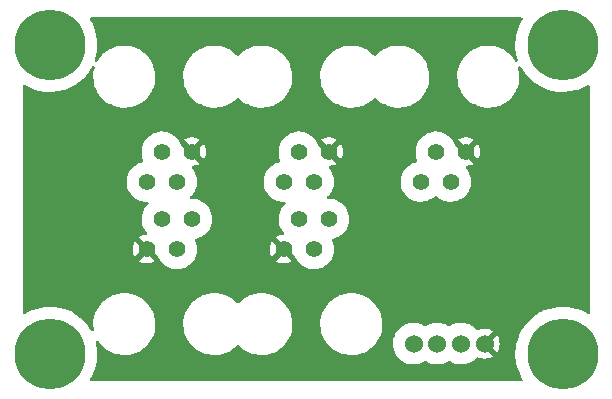
<source format=gbl>
G04 #@! TF.GenerationSoftware,KiCad,Pcbnew,6.0.5-a6ca702e91~116~ubuntu20.04.1*
G04 #@! TF.CreationDate,2022-05-16T19:37:38+02:00*
G04 #@! TF.ProjectId,1w-grove-v0.1,31772d67-726f-4766-952d-76302e312e6b,rev?*
G04 #@! TF.SameCoordinates,Original*
G04 #@! TF.FileFunction,Copper,L2,Bot*
G04 #@! TF.FilePolarity,Positive*
%FSLAX46Y46*%
G04 Gerber Fmt 4.6, Leading zero omitted, Abs format (unit mm)*
G04 Created by KiCad (PCBNEW 6.0.5-a6ca702e91~116~ubuntu20.04.1) date 2022-05-16 19:37:38*
%MOMM*%
%LPD*%
G01*
G04 APERTURE LIST*
G04 #@! TA.AperFunction,ComponentPad*
%ADD10C,6.000000*%
G04 #@! TD*
G04 #@! TA.AperFunction,ComponentPad*
%ADD11C,1.397000*%
G04 #@! TD*
G04 #@! TA.AperFunction,ComponentPad*
%ADD12C,1.524000*%
G04 #@! TD*
G04 #@! TA.AperFunction,ViaPad*
%ADD13C,0.800000*%
G04 #@! TD*
G04 APERTURE END LIST*
D10*
X53300000Y-53300000D03*
X53300000Y-79502000D03*
X96700000Y-53300000D03*
X96700000Y-79500000D03*
D11*
X76905000Y-62357000D03*
X75635000Y-64897000D03*
X74365000Y-62357000D03*
X73095000Y-64897000D03*
X88505000Y-62357000D03*
X87235000Y-64897000D03*
X85965000Y-62357000D03*
X84695000Y-64897000D03*
X61495000Y-70613000D03*
X62765000Y-68073000D03*
X64035000Y-70613000D03*
X65305000Y-68073000D03*
X65305000Y-62357000D03*
X64035000Y-64897000D03*
X62765000Y-62357000D03*
X61495000Y-64897000D03*
D12*
X84097000Y-78619000D03*
X86097000Y-78619000D03*
X88097000Y-78619000D03*
X90097000Y-78619000D03*
D11*
X73095000Y-70613000D03*
X74365000Y-68073000D03*
X75635000Y-70613000D03*
X76905000Y-68073000D03*
D13*
X80010000Y-70231000D03*
X82423000Y-74549000D03*
X97155000Y-69596000D03*
G04 #@! TA.AperFunction,Conductor*
G36*
X93260354Y-51020502D02*
G01*
X93306847Y-51074158D01*
X93316951Y-51144432D01*
X93299550Y-51192522D01*
X93191729Y-51367781D01*
X93191716Y-51367804D01*
X93190107Y-51370420D01*
X93018564Y-51722135D01*
X92882162Y-52088910D01*
X92782201Y-52467246D01*
X92719637Y-52853531D01*
X92695065Y-53244077D01*
X92708722Y-53635157D01*
X92760477Y-54023038D01*
X92849834Y-54404017D01*
X92850823Y-54406923D01*
X92850825Y-54406929D01*
X92910276Y-54581563D01*
X92913294Y-54652496D01*
X92877484Y-54713800D01*
X92814215Y-54746011D01*
X92743575Y-54738904D01*
X92684731Y-54689869D01*
X92660922Y-54652496D01*
X92538597Y-54460484D01*
X92536153Y-54457519D01*
X92336700Y-54215564D01*
X92336696Y-54215560D01*
X92334257Y-54212601D01*
X92101232Y-53991468D01*
X91842994Y-53800382D01*
X91634260Y-53682286D01*
X91566751Y-53644091D01*
X91566747Y-53644089D01*
X91563394Y-53642192D01*
X91266599Y-53519256D01*
X91164228Y-53490866D01*
X90960750Y-53434436D01*
X90960742Y-53434434D01*
X90957034Y-53433406D01*
X90639315Y-53385922D01*
X90636017Y-53385778D01*
X90525667Y-53380960D01*
X90525663Y-53380960D01*
X90524291Y-53380900D01*
X90328415Y-53380900D01*
X90089351Y-53395522D01*
X90085568Y-53396223D01*
X90085561Y-53396224D01*
X89931417Y-53424793D01*
X89773482Y-53454065D01*
X89591383Y-53511480D01*
X89470774Y-53549508D01*
X89470771Y-53549509D01*
X89467102Y-53550666D01*
X89463605Y-53552260D01*
X89463599Y-53552262D01*
X89178286Y-53682286D01*
X89178282Y-53682288D01*
X89174778Y-53683885D01*
X89171499Y-53685895D01*
X89171496Y-53685896D01*
X88980931Y-53802675D01*
X88900869Y-53851737D01*
X88897865Y-53854127D01*
X88897860Y-53854130D01*
X88775163Y-53951728D01*
X88649457Y-54051719D01*
X88646763Y-54054460D01*
X88646759Y-54054464D01*
X88532941Y-54170287D01*
X88424291Y-54280850D01*
X88417651Y-54289504D01*
X88231063Y-54532669D01*
X88231058Y-54532677D01*
X88228728Y-54535713D01*
X88065682Y-54812510D01*
X88064147Y-54816041D01*
X87942127Y-55096667D01*
X87937584Y-55107114D01*
X87846345Y-55415134D01*
X87793323Y-55731976D01*
X87779311Y-56052919D01*
X87779613Y-56056754D01*
X87802857Y-56352092D01*
X87804516Y-56373177D01*
X87868562Y-56687976D01*
X87875618Y-56709064D01*
X87962579Y-56968962D01*
X87970496Y-56992624D01*
X88108797Y-57282578D01*
X88110859Y-57285815D01*
X88110862Y-57285820D01*
X88122674Y-57304361D01*
X88281403Y-57553516D01*
X88283846Y-57556479D01*
X88283847Y-57556481D01*
X88478217Y-57792269D01*
X88485743Y-57801399D01*
X88718768Y-58022532D01*
X88977006Y-58213618D01*
X89116806Y-58292713D01*
X89253249Y-58369909D01*
X89253253Y-58369911D01*
X89256606Y-58371808D01*
X89553401Y-58494744D01*
X89655772Y-58523134D01*
X89859250Y-58579564D01*
X89859258Y-58579566D01*
X89862966Y-58580594D01*
X90180685Y-58628078D01*
X90183983Y-58628222D01*
X90294333Y-58633040D01*
X90294337Y-58633040D01*
X90295709Y-58633100D01*
X90491585Y-58633100D01*
X90730649Y-58618478D01*
X90734432Y-58617777D01*
X90734439Y-58617776D01*
X90935052Y-58580594D01*
X91046518Y-58559935D01*
X91257953Y-58493270D01*
X91349226Y-58464492D01*
X91349229Y-58464491D01*
X91352898Y-58463334D01*
X91356395Y-58461740D01*
X91356401Y-58461738D01*
X91641714Y-58331714D01*
X91641718Y-58331712D01*
X91645222Y-58330115D01*
X91832229Y-58215517D01*
X91915853Y-58164272D01*
X91915856Y-58164270D01*
X91919131Y-58162263D01*
X91922135Y-58159873D01*
X91922140Y-58159870D01*
X92044837Y-58062272D01*
X92170543Y-57962281D01*
X92173237Y-57959540D01*
X92173241Y-57959536D01*
X92393013Y-57735893D01*
X92395709Y-57733150D01*
X92536036Y-57550272D01*
X92588937Y-57481331D01*
X92588942Y-57481323D01*
X92591272Y-57478287D01*
X92754318Y-57201490D01*
X92854829Y-56970331D01*
X92880880Y-56910419D01*
X92880881Y-56910416D01*
X92882416Y-56906886D01*
X92891464Y-56876343D01*
X92941013Y-56709064D01*
X92973655Y-56598866D01*
X93026677Y-56282024D01*
X93040689Y-55961081D01*
X93015484Y-55640823D01*
X92951438Y-55326024D01*
X92936560Y-55281558D01*
X92933914Y-55210611D01*
X92970044Y-55149495D01*
X93033481Y-55117616D01*
X93104083Y-55125093D01*
X93159434Y-55169553D01*
X93165166Y-55178575D01*
X93333258Y-55469717D01*
X93335047Y-55472216D01*
X93335049Y-55472219D01*
X93523773Y-55735826D01*
X93561053Y-55787899D01*
X93818810Y-56082333D01*
X94104069Y-56350208D01*
X94239130Y-56454219D01*
X94400500Y-56578490D01*
X94414107Y-56588969D01*
X94416710Y-56590596D01*
X94416715Y-56590599D01*
X94535687Y-56664941D01*
X94745964Y-56796337D01*
X95096472Y-56970331D01*
X95462287Y-57109290D01*
X95839915Y-57211890D01*
X95842958Y-57212405D01*
X95842964Y-57212406D01*
X96222713Y-57276636D01*
X96222720Y-57276637D01*
X96225754Y-57277150D01*
X96228825Y-57277365D01*
X96228827Y-57277365D01*
X96613053Y-57304233D01*
X96613061Y-57304233D01*
X96616119Y-57304447D01*
X96869704Y-57297363D01*
X97004211Y-57293606D01*
X97004214Y-57293606D01*
X97007285Y-57293520D01*
X97010338Y-57293134D01*
X97010342Y-57293134D01*
X97196145Y-57269662D01*
X97395517Y-57244475D01*
X97398521Y-57243793D01*
X97398524Y-57243792D01*
X97774115Y-57158460D01*
X97774121Y-57158458D01*
X97777111Y-57157779D01*
X97922875Y-57109290D01*
X98145500Y-57035233D01*
X98145506Y-57035231D01*
X98148424Y-57034260D01*
X98151234Y-57033009D01*
X98503111Y-56876343D01*
X98503117Y-56876340D01*
X98505911Y-56875096D01*
X98811264Y-56701632D01*
X98880374Y-56685376D01*
X98947302Y-56709064D01*
X98990798Y-56765176D01*
X98999500Y-56811188D01*
X98999500Y-75992008D01*
X98979498Y-76060129D01*
X98925842Y-76106622D01*
X98855568Y-76116726D01*
X98808232Y-76099785D01*
X98605030Y-75976722D01*
X98259072Y-75810966D01*
X98254898Y-75808966D01*
X98254896Y-75808965D01*
X98252126Y-75807638D01*
X98249237Y-75806586D01*
X98249231Y-75806584D01*
X97887306Y-75674855D01*
X97887303Y-75674854D01*
X97884407Y-75673800D01*
X97516155Y-75579249D01*
X97508366Y-75577249D01*
X97508363Y-75577248D01*
X97505382Y-75576483D01*
X97118670Y-75516617D01*
X97115613Y-75516446D01*
X97115612Y-75516446D01*
X97085120Y-75514741D01*
X96727962Y-75494773D01*
X96724883Y-75494902D01*
X96724880Y-75494902D01*
X96468770Y-75505636D01*
X96336987Y-75511159D01*
X96333943Y-75511587D01*
X96333941Y-75511587D01*
X96280583Y-75519086D01*
X95949477Y-75565620D01*
X95569131Y-75657636D01*
X95199579Y-75786327D01*
X95155739Y-75806584D01*
X94847146Y-75949174D01*
X94847136Y-75949179D01*
X94844349Y-75950467D01*
X94793478Y-75980313D01*
X94509486Y-76146929D01*
X94509481Y-76146932D01*
X94506831Y-76148487D01*
X94464235Y-76179435D01*
X94192730Y-76376694D01*
X94192721Y-76376701D01*
X94190248Y-76378498D01*
X94187958Y-76380531D01*
X94187952Y-76380536D01*
X93899924Y-76636260D01*
X93897621Y-76638305D01*
X93895532Y-76640561D01*
X93643023Y-76913246D01*
X93631743Y-76925427D01*
X93629888Y-76927871D01*
X93519608Y-77073160D01*
X93395152Y-77237124D01*
X93302261Y-77388117D01*
X93197405Y-77558558D01*
X93190107Y-77570420D01*
X93018564Y-77922135D01*
X93017493Y-77925016D01*
X93017490Y-77925022D01*
X92994605Y-77986559D01*
X92882162Y-78288910D01*
X92782201Y-78667246D01*
X92767600Y-78757399D01*
X92731414Y-78980820D01*
X92719637Y-79053531D01*
X92719443Y-79056611D01*
X92719443Y-79056613D01*
X92703703Y-79306793D01*
X92695065Y-79444077D01*
X92708722Y-79835157D01*
X92709129Y-79838206D01*
X92709129Y-79838208D01*
X92726145Y-79965734D01*
X92760477Y-80223038D01*
X92849834Y-80604017D01*
X92850823Y-80606923D01*
X92850825Y-80606929D01*
X92974950Y-80971543D01*
X92974955Y-80971555D01*
X92975943Y-80974458D01*
X93137598Y-81330826D01*
X93139143Y-81333502D01*
X93299069Y-81610500D01*
X93315807Y-81679495D01*
X93292587Y-81746587D01*
X93236780Y-81790474D01*
X93189950Y-81799500D01*
X56809295Y-81799500D01*
X56741174Y-81779498D01*
X56694681Y-81725842D01*
X56684577Y-81655568D01*
X56702908Y-81605988D01*
X56782610Y-81480398D01*
X56813652Y-81418946D01*
X56957660Y-81133855D01*
X56959046Y-81131112D01*
X57100557Y-80766277D01*
X57205790Y-80389374D01*
X57265393Y-80051349D01*
X57273210Y-80007018D01*
X57273210Y-80007015D01*
X57273742Y-80004000D01*
X57290837Y-79781832D01*
X57303613Y-79615789D01*
X57303613Y-79615778D01*
X57303763Y-79613835D01*
X57305325Y-79502000D01*
X57305228Y-79500000D01*
X57291704Y-79223501D01*
X57286209Y-79111149D01*
X57229044Y-78724028D01*
X57178923Y-78523003D01*
X57181851Y-78452068D01*
X57222665Y-78393976D01*
X57288407Y-78367171D01*
X57358205Y-78380165D01*
X57407447Y-78424822D01*
X57461403Y-78509516D01*
X57463846Y-78512479D01*
X57463847Y-78512481D01*
X57658217Y-78748269D01*
X57665743Y-78757399D01*
X57898768Y-78978532D01*
X58157006Y-79169618D01*
X58252244Y-79223501D01*
X58433249Y-79325909D01*
X58433253Y-79325911D01*
X58436606Y-79327808D01*
X58733401Y-79450744D01*
X58775251Y-79462350D01*
X59039250Y-79535564D01*
X59039258Y-79535566D01*
X59042966Y-79536594D01*
X59360685Y-79584078D01*
X59363983Y-79584222D01*
X59474333Y-79589040D01*
X59474337Y-79589040D01*
X59475709Y-79589100D01*
X59671585Y-79589100D01*
X59910649Y-79574478D01*
X59914432Y-79573777D01*
X59914439Y-79573776D01*
X60068584Y-79545206D01*
X60226518Y-79515935D01*
X60464211Y-79440991D01*
X60529226Y-79420492D01*
X60529229Y-79420491D01*
X60532898Y-79419334D01*
X60536395Y-79417740D01*
X60536401Y-79417738D01*
X60821714Y-79287714D01*
X60821718Y-79287712D01*
X60825222Y-79286115D01*
X61012229Y-79171517D01*
X61095853Y-79120272D01*
X61095856Y-79120270D01*
X61099131Y-79118263D01*
X61102135Y-79115873D01*
X61102140Y-79115870D01*
X61224837Y-79018272D01*
X61350543Y-78918281D01*
X61353237Y-78915540D01*
X61353241Y-78915536D01*
X61521982Y-78743823D01*
X61575709Y-78689150D01*
X61716036Y-78506272D01*
X61768937Y-78437331D01*
X61768942Y-78437323D01*
X61771272Y-78434287D01*
X61934318Y-78157490D01*
X62062416Y-77862886D01*
X62153655Y-77554866D01*
X62206677Y-77238024D01*
X62216679Y-77008919D01*
X64579311Y-77008919D01*
X64588106Y-77120664D01*
X64601078Y-77285487D01*
X64604516Y-77329177D01*
X64668562Y-77643976D01*
X64669782Y-77647621D01*
X64764910Y-77931928D01*
X64770496Y-77948624D01*
X64908797Y-78238578D01*
X65081403Y-78509516D01*
X65083846Y-78512479D01*
X65083847Y-78512481D01*
X65278217Y-78748269D01*
X65285743Y-78757399D01*
X65518768Y-78978532D01*
X65777006Y-79169618D01*
X65872244Y-79223501D01*
X66053249Y-79325909D01*
X66053253Y-79325911D01*
X66056606Y-79327808D01*
X66353401Y-79450744D01*
X66395251Y-79462350D01*
X66659250Y-79535564D01*
X66659258Y-79535566D01*
X66662966Y-79536594D01*
X66980685Y-79584078D01*
X66983983Y-79584222D01*
X67094333Y-79589040D01*
X67094337Y-79589040D01*
X67095709Y-79589100D01*
X67291585Y-79589100D01*
X67530649Y-79574478D01*
X67534432Y-79573777D01*
X67534439Y-79573776D01*
X67688584Y-79545206D01*
X67846518Y-79515935D01*
X68084211Y-79440991D01*
X68149226Y-79420492D01*
X68149229Y-79420491D01*
X68152898Y-79419334D01*
X68156395Y-79417740D01*
X68156401Y-79417738D01*
X68441714Y-79287714D01*
X68441718Y-79287712D01*
X68445222Y-79286115D01*
X68632229Y-79171517D01*
X68715853Y-79120272D01*
X68715856Y-79120270D01*
X68719131Y-79118263D01*
X68722135Y-79115873D01*
X68722140Y-79115870D01*
X68844837Y-79018272D01*
X68970543Y-78918281D01*
X68973237Y-78915540D01*
X68973241Y-78915536D01*
X69108012Y-78778391D01*
X69170025Y-78743823D01*
X69240882Y-78748269D01*
X69284615Y-78775308D01*
X69498768Y-78978532D01*
X69757006Y-79169618D01*
X69852244Y-79223501D01*
X70033249Y-79325909D01*
X70033253Y-79325911D01*
X70036606Y-79327808D01*
X70333401Y-79450744D01*
X70375251Y-79462350D01*
X70639250Y-79535564D01*
X70639258Y-79535566D01*
X70642966Y-79536594D01*
X70960685Y-79584078D01*
X70963983Y-79584222D01*
X71074333Y-79589040D01*
X71074337Y-79589040D01*
X71075709Y-79589100D01*
X71271585Y-79589100D01*
X71510649Y-79574478D01*
X71514432Y-79573777D01*
X71514439Y-79573776D01*
X71668584Y-79545206D01*
X71826518Y-79515935D01*
X72064211Y-79440991D01*
X72129226Y-79420492D01*
X72129229Y-79420491D01*
X72132898Y-79419334D01*
X72136395Y-79417740D01*
X72136401Y-79417738D01*
X72421714Y-79287714D01*
X72421718Y-79287712D01*
X72425222Y-79286115D01*
X72612229Y-79171517D01*
X72695853Y-79120272D01*
X72695856Y-79120270D01*
X72699131Y-79118263D01*
X72702135Y-79115873D01*
X72702140Y-79115870D01*
X72824837Y-79018272D01*
X72950543Y-78918281D01*
X72953237Y-78915540D01*
X72953241Y-78915536D01*
X73121982Y-78743823D01*
X73175709Y-78689150D01*
X73316036Y-78506272D01*
X73368937Y-78437331D01*
X73368942Y-78437323D01*
X73371272Y-78434287D01*
X73534318Y-78157490D01*
X73662416Y-77862886D01*
X73753655Y-77554866D01*
X73806677Y-77238024D01*
X73816679Y-77008919D01*
X76179311Y-77008919D01*
X76188106Y-77120664D01*
X76201078Y-77285487D01*
X76204516Y-77329177D01*
X76268562Y-77643976D01*
X76269782Y-77647621D01*
X76364910Y-77931928D01*
X76370496Y-77948624D01*
X76508797Y-78238578D01*
X76681403Y-78509516D01*
X76683846Y-78512479D01*
X76683847Y-78512481D01*
X76878217Y-78748269D01*
X76885743Y-78757399D01*
X77118768Y-78978532D01*
X77377006Y-79169618D01*
X77472244Y-79223501D01*
X77653249Y-79325909D01*
X77653253Y-79325911D01*
X77656606Y-79327808D01*
X77953401Y-79450744D01*
X77995251Y-79462350D01*
X78259250Y-79535564D01*
X78259258Y-79535566D01*
X78262966Y-79536594D01*
X78580685Y-79584078D01*
X78583983Y-79584222D01*
X78694333Y-79589040D01*
X78694337Y-79589040D01*
X78695709Y-79589100D01*
X78891585Y-79589100D01*
X79130649Y-79574478D01*
X79134432Y-79573777D01*
X79134439Y-79573776D01*
X79288584Y-79545206D01*
X79446518Y-79515935D01*
X79684211Y-79440991D01*
X79749226Y-79420492D01*
X79749229Y-79420491D01*
X79752898Y-79419334D01*
X79756395Y-79417740D01*
X79756401Y-79417738D01*
X80041714Y-79287714D01*
X80041718Y-79287712D01*
X80045222Y-79286115D01*
X80232229Y-79171517D01*
X80315853Y-79120272D01*
X80315856Y-79120270D01*
X80319131Y-79118263D01*
X80322135Y-79115873D01*
X80322140Y-79115870D01*
X80444837Y-79018272D01*
X80570543Y-78918281D01*
X80573237Y-78915540D01*
X80573241Y-78915536D01*
X80741982Y-78743823D01*
X80795709Y-78689150D01*
X80885038Y-78572734D01*
X82330164Y-78572734D01*
X82330388Y-78577401D01*
X82330388Y-78577406D01*
X82334849Y-78670279D01*
X82342732Y-78834397D01*
X82343645Y-78838985D01*
X82386934Y-79056613D01*
X82393839Y-79091328D01*
X82395418Y-79095726D01*
X82395420Y-79095733D01*
X82470169Y-79303926D01*
X82482361Y-79337883D01*
X82606355Y-79568646D01*
X82609150Y-79572389D01*
X82609152Y-79572392D01*
X82760303Y-79774808D01*
X82760308Y-79774814D01*
X82763095Y-79778546D01*
X82766404Y-79781826D01*
X82766409Y-79781832D01*
X82945821Y-79959685D01*
X82949138Y-79962973D01*
X82952900Y-79965731D01*
X82952903Y-79965734D01*
X83156631Y-80115114D01*
X83160398Y-80117876D01*
X83164529Y-80120050D01*
X83164530Y-80120050D01*
X83388099Y-80237675D01*
X83388105Y-80237677D01*
X83392234Y-80239850D01*
X83396642Y-80241389D01*
X83396648Y-80241392D01*
X83635136Y-80324676D01*
X83639552Y-80326218D01*
X83896920Y-80375081D01*
X84021175Y-80379963D01*
X84154015Y-80385182D01*
X84154020Y-80385182D01*
X84158683Y-80385365D01*
X84260540Y-80374210D01*
X84414438Y-80357356D01*
X84414444Y-80357355D01*
X84419091Y-80356846D01*
X84541281Y-80324676D01*
X84667900Y-80291340D01*
X84667902Y-80291339D01*
X84672423Y-80290149D01*
X84913114Y-80186740D01*
X85026430Y-80116618D01*
X85094882Y-80097780D01*
X85158792Y-80116699D01*
X85160398Y-80117876D01*
X85164534Y-80120052D01*
X85388099Y-80237675D01*
X85388105Y-80237677D01*
X85392234Y-80239850D01*
X85396642Y-80241389D01*
X85396648Y-80241392D01*
X85635136Y-80324676D01*
X85639552Y-80326218D01*
X85896920Y-80375081D01*
X86021175Y-80379963D01*
X86154015Y-80385182D01*
X86154020Y-80385182D01*
X86158683Y-80385365D01*
X86260540Y-80374210D01*
X86414438Y-80357356D01*
X86414444Y-80357355D01*
X86419091Y-80356846D01*
X86541281Y-80324676D01*
X86667900Y-80291340D01*
X86667902Y-80291339D01*
X86672423Y-80290149D01*
X86913114Y-80186740D01*
X87026430Y-80116618D01*
X87094882Y-80097780D01*
X87158792Y-80116699D01*
X87160398Y-80117876D01*
X87164534Y-80120052D01*
X87388099Y-80237675D01*
X87388105Y-80237677D01*
X87392234Y-80239850D01*
X87396642Y-80241389D01*
X87396648Y-80241392D01*
X87635136Y-80324676D01*
X87639552Y-80326218D01*
X87896920Y-80375081D01*
X88021175Y-80379963D01*
X88154015Y-80385182D01*
X88154020Y-80385182D01*
X88158683Y-80385365D01*
X88260540Y-80374210D01*
X88414438Y-80357356D01*
X88414444Y-80357355D01*
X88419091Y-80356846D01*
X88541281Y-80324676D01*
X88667900Y-80291340D01*
X88667902Y-80291339D01*
X88672423Y-80290149D01*
X88913114Y-80186740D01*
X89135876Y-80048891D01*
X89335816Y-79879629D01*
X89406877Y-79798600D01*
X89466829Y-79760574D01*
X89537824Y-79760996D01*
X89554857Y-79767484D01*
X89655993Y-79814645D01*
X89666285Y-79818391D01*
X89870309Y-79873059D01*
X89881104Y-79874962D01*
X90091525Y-79893372D01*
X90102475Y-79893372D01*
X90312896Y-79874962D01*
X90323691Y-79873059D01*
X90527715Y-79818391D01*
X90538007Y-79814645D01*
X90729445Y-79725376D01*
X90738931Y-79719898D01*
X90782764Y-79689207D01*
X90791139Y-79678729D01*
X90784071Y-79665281D01*
X89899489Y-78780699D01*
X89865463Y-78718387D01*
X89862627Y-78688305D01*
X89862832Y-78680496D01*
X89864412Y-78620132D01*
X90461408Y-78620132D01*
X90461539Y-78621965D01*
X90465790Y-78628580D01*
X91144003Y-79306793D01*
X91155777Y-79313223D01*
X91167793Y-79303926D01*
X91197897Y-79260932D01*
X91203377Y-79251441D01*
X91292645Y-79060007D01*
X91296391Y-79049715D01*
X91351059Y-78845691D01*
X91352962Y-78834896D01*
X91371372Y-78624475D01*
X91371372Y-78613525D01*
X91352962Y-78403104D01*
X91351059Y-78392309D01*
X91296391Y-78188285D01*
X91292645Y-78177993D01*
X91203377Y-77986559D01*
X91197897Y-77977068D01*
X91167206Y-77933235D01*
X91156729Y-77924860D01*
X91143282Y-77931928D01*
X90469022Y-78606188D01*
X90461408Y-78620132D01*
X89864412Y-78620132D01*
X89864442Y-78619000D01*
X89864209Y-78615861D01*
X89864208Y-78615831D01*
X89859962Y-78558703D01*
X89874860Y-78489287D01*
X89896520Y-78460270D01*
X90784793Y-77571997D01*
X90791223Y-77560223D01*
X90781926Y-77548207D01*
X90738931Y-77518102D01*
X90729445Y-77512624D01*
X90538007Y-77423355D01*
X90527715Y-77419609D01*
X90323691Y-77364941D01*
X90312896Y-77363038D01*
X90102475Y-77344628D01*
X90091525Y-77344628D01*
X89881104Y-77363038D01*
X89870309Y-77364941D01*
X89666285Y-77419609D01*
X89655993Y-77423355D01*
X89558399Y-77468864D01*
X89488207Y-77479525D01*
X89423395Y-77450545D01*
X89406203Y-77432680D01*
X89402989Y-77428604D01*
X89400095Y-77424933D01*
X89209287Y-77245440D01*
X89205440Y-77242771D01*
X88997887Y-77098785D01*
X88997884Y-77098783D01*
X88994045Y-77096120D01*
X88989855Y-77094054D01*
X88989852Y-77094052D01*
X88763283Y-76982321D01*
X88763280Y-76982320D01*
X88759095Y-76980256D01*
X88712832Y-76965447D01*
X88595443Y-76927871D01*
X88509601Y-76900393D01*
X88504994Y-76899643D01*
X88504991Y-76899642D01*
X88255654Y-76859035D01*
X88255655Y-76859035D01*
X88251043Y-76858284D01*
X88123858Y-76856619D01*
X87993777Y-76854916D01*
X87993774Y-76854916D01*
X87989100Y-76854855D01*
X87729528Y-76890181D01*
X87725042Y-76891489D01*
X87725040Y-76891489D01*
X87694492Y-76900393D01*
X87478029Y-76963486D01*
X87473776Y-76965447D01*
X87473775Y-76965447D01*
X87444739Y-76978833D01*
X87240127Y-77073160D01*
X87236222Y-77075720D01*
X87236217Y-77075723D01*
X87167671Y-77120664D01*
X87099735Y-77141287D01*
X87026767Y-77118820D01*
X87002719Y-77102138D01*
X86994045Y-77096120D01*
X86989855Y-77094054D01*
X86989852Y-77094052D01*
X86763283Y-76982321D01*
X86763280Y-76982320D01*
X86759095Y-76980256D01*
X86712832Y-76965447D01*
X86595443Y-76927871D01*
X86509601Y-76900393D01*
X86504994Y-76899643D01*
X86504991Y-76899642D01*
X86255654Y-76859035D01*
X86255655Y-76859035D01*
X86251043Y-76858284D01*
X86123858Y-76856619D01*
X85993777Y-76854916D01*
X85993774Y-76854916D01*
X85989100Y-76854855D01*
X85729528Y-76890181D01*
X85725042Y-76891489D01*
X85725040Y-76891489D01*
X85694492Y-76900393D01*
X85478029Y-76963486D01*
X85473776Y-76965447D01*
X85473775Y-76965447D01*
X85444739Y-76978833D01*
X85240127Y-77073160D01*
X85236222Y-77075720D01*
X85236217Y-77075723D01*
X85167671Y-77120664D01*
X85099735Y-77141287D01*
X85026767Y-77118820D01*
X85002719Y-77102138D01*
X84994045Y-77096120D01*
X84989855Y-77094054D01*
X84989852Y-77094052D01*
X84763283Y-76982321D01*
X84763280Y-76982320D01*
X84759095Y-76980256D01*
X84712832Y-76965447D01*
X84595443Y-76927871D01*
X84509601Y-76900393D01*
X84504994Y-76899643D01*
X84504991Y-76899642D01*
X84255654Y-76859035D01*
X84255655Y-76859035D01*
X84251043Y-76858284D01*
X84123858Y-76856619D01*
X83993777Y-76854916D01*
X83993774Y-76854916D01*
X83989100Y-76854855D01*
X83729528Y-76890181D01*
X83725042Y-76891489D01*
X83725040Y-76891489D01*
X83694492Y-76900393D01*
X83478029Y-76963486D01*
X83473776Y-76965447D01*
X83473775Y-76965447D01*
X83444739Y-76978833D01*
X83240127Y-77073160D01*
X83205107Y-77096120D01*
X83024962Y-77214228D01*
X83024957Y-77214232D01*
X83021049Y-77216794D01*
X82825609Y-77391232D01*
X82658098Y-77592641D01*
X82522198Y-77816598D01*
X82520389Y-77820912D01*
X82520388Y-77820914D01*
X82466835Y-77948624D01*
X82420893Y-78058182D01*
X82419742Y-78062714D01*
X82419741Y-78062717D01*
X82361540Y-78291885D01*
X82356409Y-78312087D01*
X82330164Y-78572734D01*
X80885038Y-78572734D01*
X80936036Y-78506272D01*
X80988937Y-78437331D01*
X80988942Y-78437323D01*
X80991272Y-78434287D01*
X81154318Y-78157490D01*
X81282416Y-77862886D01*
X81373655Y-77554866D01*
X81426677Y-77238024D01*
X81440689Y-76917081D01*
X81422188Y-76682000D01*
X81415786Y-76600658D01*
X81415786Y-76600655D01*
X81415484Y-76596823D01*
X81351438Y-76282024D01*
X81290461Y-76099784D01*
X81250724Y-75981021D01*
X81250722Y-75981015D01*
X81249504Y-75977376D01*
X81111203Y-75687422D01*
X81103311Y-75675033D01*
X81033607Y-75565620D01*
X80938597Y-75416484D01*
X80936153Y-75413519D01*
X80736700Y-75171564D01*
X80736696Y-75171560D01*
X80734257Y-75168601D01*
X80501232Y-74947468D01*
X80242994Y-74756382D01*
X80034260Y-74638286D01*
X79966751Y-74600091D01*
X79966747Y-74600089D01*
X79963394Y-74598192D01*
X79666599Y-74475256D01*
X79564228Y-74446866D01*
X79360750Y-74390436D01*
X79360742Y-74390434D01*
X79357034Y-74389406D01*
X79039315Y-74341922D01*
X79036017Y-74341778D01*
X78925667Y-74336960D01*
X78925663Y-74336960D01*
X78924291Y-74336900D01*
X78728415Y-74336900D01*
X78489351Y-74351522D01*
X78485568Y-74352223D01*
X78485561Y-74352224D01*
X78331417Y-74380793D01*
X78173482Y-74410065D01*
X77991383Y-74467480D01*
X77870774Y-74505508D01*
X77870771Y-74505509D01*
X77867102Y-74506666D01*
X77863605Y-74508260D01*
X77863599Y-74508262D01*
X77578286Y-74638286D01*
X77578282Y-74638288D01*
X77574778Y-74639885D01*
X77571499Y-74641895D01*
X77571496Y-74641896D01*
X77380931Y-74758675D01*
X77300869Y-74807737D01*
X77297865Y-74810127D01*
X77297860Y-74810130D01*
X77175163Y-74907728D01*
X77049457Y-75007719D01*
X77046763Y-75010460D01*
X77046759Y-75010464D01*
X76932941Y-75126287D01*
X76824291Y-75236850D01*
X76817651Y-75245504D01*
X76631063Y-75488669D01*
X76631058Y-75488677D01*
X76628728Y-75491713D01*
X76465682Y-75768510D01*
X76337584Y-76063114D01*
X76246345Y-76371134D01*
X76193323Y-76687976D01*
X76179311Y-77008919D01*
X73816679Y-77008919D01*
X73820689Y-76917081D01*
X73802188Y-76682000D01*
X73795786Y-76600658D01*
X73795786Y-76600655D01*
X73795484Y-76596823D01*
X73731438Y-76282024D01*
X73670461Y-76099784D01*
X73630724Y-75981021D01*
X73630722Y-75981015D01*
X73629504Y-75977376D01*
X73491203Y-75687422D01*
X73483311Y-75675033D01*
X73413607Y-75565620D01*
X73318597Y-75416484D01*
X73316153Y-75413519D01*
X73116700Y-75171564D01*
X73116696Y-75171560D01*
X73114257Y-75168601D01*
X72881232Y-74947468D01*
X72622994Y-74756382D01*
X72414260Y-74638286D01*
X72346751Y-74600091D01*
X72346747Y-74600089D01*
X72343394Y-74598192D01*
X72046599Y-74475256D01*
X71944228Y-74446866D01*
X71740750Y-74390436D01*
X71740742Y-74390434D01*
X71737034Y-74389406D01*
X71419315Y-74341922D01*
X71416017Y-74341778D01*
X71305667Y-74336960D01*
X71305663Y-74336960D01*
X71304291Y-74336900D01*
X71108415Y-74336900D01*
X70869351Y-74351522D01*
X70865568Y-74352223D01*
X70865561Y-74352224D01*
X70711417Y-74380793D01*
X70553482Y-74410065D01*
X70371383Y-74467480D01*
X70250774Y-74505508D01*
X70250771Y-74505509D01*
X70247102Y-74506666D01*
X70243605Y-74508260D01*
X70243599Y-74508262D01*
X69958286Y-74638286D01*
X69958282Y-74638288D01*
X69954778Y-74639885D01*
X69951499Y-74641895D01*
X69951496Y-74641896D01*
X69760931Y-74758675D01*
X69680869Y-74807737D01*
X69677865Y-74810127D01*
X69677860Y-74810130D01*
X69555163Y-74907728D01*
X69429457Y-75007719D01*
X69426763Y-75010460D01*
X69426759Y-75010464D01*
X69291988Y-75147609D01*
X69229975Y-75182177D01*
X69159118Y-75177731D01*
X69115385Y-75150692D01*
X69076537Y-75113826D01*
X68901232Y-74947468D01*
X68642994Y-74756382D01*
X68434260Y-74638286D01*
X68366751Y-74600091D01*
X68366747Y-74600089D01*
X68363394Y-74598192D01*
X68066599Y-74475256D01*
X67964228Y-74446866D01*
X67760750Y-74390436D01*
X67760742Y-74390434D01*
X67757034Y-74389406D01*
X67439315Y-74341922D01*
X67436017Y-74341778D01*
X67325667Y-74336960D01*
X67325663Y-74336960D01*
X67324291Y-74336900D01*
X67128415Y-74336900D01*
X66889351Y-74351522D01*
X66885568Y-74352223D01*
X66885561Y-74352224D01*
X66731417Y-74380793D01*
X66573482Y-74410065D01*
X66391383Y-74467480D01*
X66270774Y-74505508D01*
X66270771Y-74505509D01*
X66267102Y-74506666D01*
X66263605Y-74508260D01*
X66263599Y-74508262D01*
X65978286Y-74638286D01*
X65978282Y-74638288D01*
X65974778Y-74639885D01*
X65971499Y-74641895D01*
X65971496Y-74641896D01*
X65780931Y-74758675D01*
X65700869Y-74807737D01*
X65697865Y-74810127D01*
X65697860Y-74810130D01*
X65575163Y-74907728D01*
X65449457Y-75007719D01*
X65446763Y-75010460D01*
X65446759Y-75010464D01*
X65332941Y-75126287D01*
X65224291Y-75236850D01*
X65217651Y-75245504D01*
X65031063Y-75488669D01*
X65031058Y-75488677D01*
X65028728Y-75491713D01*
X64865682Y-75768510D01*
X64737584Y-76063114D01*
X64646345Y-76371134D01*
X64593323Y-76687976D01*
X64579311Y-77008919D01*
X62216679Y-77008919D01*
X62220689Y-76917081D01*
X62202188Y-76682000D01*
X62195786Y-76600658D01*
X62195786Y-76600655D01*
X62195484Y-76596823D01*
X62131438Y-76282024D01*
X62070461Y-76099784D01*
X62030724Y-75981021D01*
X62030722Y-75981015D01*
X62029504Y-75977376D01*
X61891203Y-75687422D01*
X61883311Y-75675033D01*
X61813607Y-75565620D01*
X61718597Y-75416484D01*
X61716153Y-75413519D01*
X61516700Y-75171564D01*
X61516696Y-75171560D01*
X61514257Y-75168601D01*
X61281232Y-74947468D01*
X61022994Y-74756382D01*
X60814260Y-74638286D01*
X60746751Y-74600091D01*
X60746747Y-74600089D01*
X60743394Y-74598192D01*
X60446599Y-74475256D01*
X60344228Y-74446866D01*
X60140750Y-74390436D01*
X60140742Y-74390434D01*
X60137034Y-74389406D01*
X59819315Y-74341922D01*
X59816017Y-74341778D01*
X59705667Y-74336960D01*
X59705663Y-74336960D01*
X59704291Y-74336900D01*
X59508415Y-74336900D01*
X59269351Y-74351522D01*
X59265568Y-74352223D01*
X59265561Y-74352224D01*
X59111417Y-74380793D01*
X58953482Y-74410065D01*
X58771383Y-74467480D01*
X58650774Y-74505508D01*
X58650771Y-74505509D01*
X58647102Y-74506666D01*
X58643605Y-74508260D01*
X58643599Y-74508262D01*
X58358286Y-74638286D01*
X58358282Y-74638288D01*
X58354778Y-74639885D01*
X58351499Y-74641895D01*
X58351496Y-74641896D01*
X58160931Y-74758675D01*
X58080869Y-74807737D01*
X58077865Y-74810127D01*
X58077860Y-74810130D01*
X57955163Y-74907728D01*
X57829457Y-75007719D01*
X57826763Y-75010460D01*
X57826759Y-75010464D01*
X57712941Y-75126287D01*
X57604291Y-75236850D01*
X57597651Y-75245504D01*
X57411063Y-75488669D01*
X57411058Y-75488677D01*
X57408728Y-75491713D01*
X57245682Y-75768510D01*
X57117584Y-76063114D01*
X57026345Y-76371134D01*
X56973323Y-76687976D01*
X56959311Y-77008919D01*
X56968106Y-77120664D01*
X56981078Y-77285487D01*
X56984516Y-77329177D01*
X56985283Y-77332947D01*
X57003799Y-77423957D01*
X56997779Y-77494698D01*
X56954470Y-77550955D01*
X56887621Y-77574866D01*
X56818456Y-77558840D01*
X56772099Y-77513594D01*
X56734514Y-77450545D01*
X56636120Y-77285487D01*
X56496507Y-77096120D01*
X56405727Y-76972988D01*
X56405725Y-76972985D01*
X56403905Y-76970517D01*
X56142061Y-76679711D01*
X55853090Y-76415844D01*
X55539749Y-76181435D01*
X55407827Y-76101540D01*
X55207658Y-75980313D01*
X55207649Y-75980308D01*
X55205030Y-75978722D01*
X54852126Y-75809638D01*
X54849237Y-75808586D01*
X54849231Y-75808584D01*
X54487306Y-75676855D01*
X54487303Y-75676854D01*
X54484407Y-75675800D01*
X54207326Y-75604658D01*
X54108366Y-75579249D01*
X54108363Y-75579248D01*
X54105382Y-75578483D01*
X53718670Y-75518617D01*
X53715613Y-75518446D01*
X53715612Y-75518446D01*
X53679839Y-75516446D01*
X53327962Y-75496773D01*
X53324883Y-75496902D01*
X53324880Y-75496902D01*
X53068770Y-75507636D01*
X52936987Y-75513159D01*
X52933943Y-75513587D01*
X52933941Y-75513587D01*
X52899368Y-75518446D01*
X52549477Y-75567620D01*
X52169131Y-75659636D01*
X51799579Y-75788327D01*
X51757786Y-75807638D01*
X51447146Y-75951174D01*
X51447136Y-75951179D01*
X51444349Y-75952467D01*
X51190259Y-76101540D01*
X51121383Y-76118759D01*
X51054131Y-76096007D01*
X51009855Y-76040508D01*
X51000500Y-75992863D01*
X51000500Y-71625314D01*
X60847046Y-71625314D01*
X60856928Y-71637803D01*
X60912041Y-71674627D01*
X60922146Y-71680114D01*
X61115267Y-71763086D01*
X61126210Y-71766641D01*
X61331209Y-71813028D01*
X61342618Y-71814530D01*
X61552645Y-71822781D01*
X61564129Y-71822179D01*
X61772145Y-71792019D01*
X61783328Y-71789334D01*
X61982362Y-71721771D01*
X61992865Y-71717095D01*
X62135404Y-71637270D01*
X62145266Y-71627194D01*
X62142311Y-71619522D01*
X61507811Y-70985021D01*
X61493868Y-70977408D01*
X61492034Y-70977539D01*
X61485420Y-70981790D01*
X60853239Y-71613972D01*
X60847046Y-71625314D01*
X51000500Y-71625314D01*
X51000500Y-70587048D01*
X60284124Y-70587048D01*
X60297871Y-70796779D01*
X60299672Y-70808149D01*
X60351409Y-71011863D01*
X60355250Y-71022710D01*
X60443247Y-71213592D01*
X60448996Y-71223549D01*
X60470112Y-71253427D01*
X60480702Y-71261816D01*
X60494001Y-71254788D01*
X61122979Y-70625811D01*
X61130592Y-70611868D01*
X61130461Y-70610034D01*
X61126210Y-70603420D01*
X60490603Y-69967814D01*
X60478228Y-69961057D01*
X60472262Y-69965523D01*
X60378256Y-70144198D01*
X60373851Y-70154832D01*
X60311522Y-70355563D01*
X60309130Y-70366817D01*
X60284425Y-70575547D01*
X60284124Y-70587048D01*
X51000500Y-70587048D01*
X51000500Y-64852401D01*
X59791820Y-64852401D01*
X59803936Y-65104637D01*
X59853201Y-65352311D01*
X59938534Y-65589983D01*
X60058060Y-65812432D01*
X60060855Y-65816176D01*
X60060857Y-65816178D01*
X60140140Y-65922351D01*
X60209153Y-66014770D01*
X60212460Y-66018048D01*
X60212465Y-66018054D01*
X60346647Y-66151069D01*
X60388494Y-66192552D01*
X60392261Y-66195314D01*
X60392262Y-66195315D01*
X60501449Y-66275374D01*
X60592143Y-66341874D01*
X60596286Y-66344054D01*
X60596288Y-66344055D01*
X60811476Y-66457271D01*
X60811481Y-66457273D01*
X60815626Y-66459454D01*
X60820049Y-66460999D01*
X60820050Y-66460999D01*
X60954471Y-66507941D01*
X61054033Y-66542710D01*
X61058626Y-66543582D01*
X61297539Y-66588941D01*
X61297542Y-66588941D01*
X61302128Y-66589812D01*
X61539368Y-66599133D01*
X61606651Y-66621794D01*
X61651001Y-66677234D01*
X61658338Y-66747850D01*
X61626333Y-66811223D01*
X61618327Y-66819034D01*
X61539415Y-66889466D01*
X61377939Y-67083619D01*
X61246935Y-67299507D01*
X61149280Y-67532388D01*
X61087120Y-67777144D01*
X61061820Y-68028401D01*
X61073936Y-68280637D01*
X61123201Y-68528311D01*
X61208534Y-68765983D01*
X61328060Y-68988432D01*
X61330855Y-68992176D01*
X61330857Y-68992178D01*
X61407204Y-69094418D01*
X61479153Y-69190770D01*
X61482463Y-69194051D01*
X61485300Y-69197315D01*
X61514892Y-69261850D01*
X61504896Y-69332140D01*
X61458485Y-69385866D01*
X61400083Y-69405585D01*
X61394238Y-69406045D01*
X61187087Y-69441640D01*
X61175979Y-69444617D01*
X60978782Y-69517366D01*
X60968400Y-69522318D01*
X60855519Y-69589475D01*
X60845921Y-69599808D01*
X60849407Y-69608196D01*
X61495000Y-70253790D01*
X62420119Y-71178908D01*
X62449610Y-71225424D01*
X62478534Y-71305983D01*
X62598060Y-71528432D01*
X62600855Y-71532176D01*
X62600857Y-71532178D01*
X62679333Y-71637270D01*
X62749153Y-71730770D01*
X62752460Y-71734048D01*
X62752465Y-71734054D01*
X62925178Y-71905265D01*
X62928494Y-71908552D01*
X62932261Y-71911314D01*
X62932262Y-71911315D01*
X63041449Y-71991374D01*
X63132143Y-72057874D01*
X63136286Y-72060054D01*
X63136288Y-72060055D01*
X63351476Y-72173271D01*
X63351481Y-72173273D01*
X63355626Y-72175454D01*
X63360049Y-72176999D01*
X63360050Y-72176999D01*
X63494471Y-72223941D01*
X63594033Y-72258710D01*
X63598626Y-72259582D01*
X63837539Y-72304941D01*
X63837542Y-72304941D01*
X63842128Y-72305812D01*
X63962063Y-72310524D01*
X64089793Y-72315543D01*
X64089798Y-72315543D01*
X64094461Y-72315726D01*
X64161426Y-72308392D01*
X64340843Y-72288743D01*
X64340850Y-72288742D01*
X64345486Y-72288234D01*
X64589691Y-72223941D01*
X64702547Y-72175454D01*
X64817417Y-72126102D01*
X64817419Y-72126101D01*
X64821711Y-72124257D01*
X64925460Y-72060055D01*
X65032474Y-71993833D01*
X65032478Y-71993830D01*
X65036447Y-71991374D01*
X65043666Y-71985263D01*
X65225618Y-71831229D01*
X65225619Y-71831228D01*
X65229184Y-71828210D01*
X65322529Y-71721771D01*
X65392604Y-71641866D01*
X65392608Y-71641861D01*
X65395686Y-71638351D01*
X65402863Y-71627194D01*
X65404072Y-71625314D01*
X72447046Y-71625314D01*
X72456928Y-71637803D01*
X72512041Y-71674627D01*
X72522146Y-71680114D01*
X72715267Y-71763086D01*
X72726210Y-71766641D01*
X72931209Y-71813028D01*
X72942618Y-71814530D01*
X73152645Y-71822781D01*
X73164129Y-71822179D01*
X73372145Y-71792019D01*
X73383328Y-71789334D01*
X73582362Y-71721771D01*
X73592865Y-71717095D01*
X73735404Y-71637270D01*
X73745266Y-71627194D01*
X73742311Y-71619522D01*
X73107811Y-70985021D01*
X73093868Y-70977408D01*
X73092034Y-70977539D01*
X73085420Y-70981790D01*
X72453239Y-71613972D01*
X72447046Y-71625314D01*
X65404072Y-71625314D01*
X65466388Y-71528432D01*
X65532297Y-71425966D01*
X65636014Y-71195722D01*
X65704560Y-70952676D01*
X65736429Y-70702168D01*
X65738764Y-70613000D01*
X65738052Y-70603420D01*
X65736835Y-70587048D01*
X71884124Y-70587048D01*
X71897871Y-70796779D01*
X71899672Y-70808149D01*
X71951409Y-71011863D01*
X71955250Y-71022710D01*
X72043247Y-71213592D01*
X72048996Y-71223549D01*
X72070112Y-71253427D01*
X72080702Y-71261816D01*
X72094001Y-71254788D01*
X72722979Y-70625811D01*
X72730592Y-70611868D01*
X72730461Y-70610034D01*
X72726210Y-70603420D01*
X72090603Y-69967814D01*
X72078228Y-69961057D01*
X72072262Y-69965523D01*
X71978256Y-70144198D01*
X71973851Y-70154832D01*
X71911522Y-70355563D01*
X71909130Y-70366817D01*
X71884425Y-70575547D01*
X71884124Y-70587048D01*
X65736835Y-70587048D01*
X65720397Y-70365833D01*
X65720396Y-70365829D01*
X65720050Y-70361168D01*
X65710089Y-70317144D01*
X65665349Y-70119425D01*
X65664318Y-70114868D01*
X65581613Y-69902193D01*
X65575565Y-69831457D01*
X65608722Y-69768678D01*
X65666966Y-69734681D01*
X65859691Y-69683941D01*
X66035992Y-69608196D01*
X66087417Y-69586102D01*
X66087419Y-69586101D01*
X66091711Y-69584257D01*
X66191803Y-69522318D01*
X66302474Y-69453833D01*
X66302478Y-69453830D01*
X66306447Y-69451374D01*
X66499184Y-69288210D01*
X66584637Y-69190770D01*
X66662604Y-69101866D01*
X66662608Y-69101861D01*
X66665686Y-69098351D01*
X66802297Y-68885966D01*
X66906014Y-68655722D01*
X66974560Y-68412676D01*
X67006429Y-68162168D01*
X67008764Y-68073000D01*
X66990050Y-67821168D01*
X66981143Y-67781802D01*
X66935349Y-67579425D01*
X66934318Y-67574868D01*
X66842792Y-67339511D01*
X66717484Y-67120267D01*
X66561147Y-66921954D01*
X66377213Y-66748927D01*
X66169726Y-66604987D01*
X66165536Y-66602921D01*
X66165533Y-66602919D01*
X65947429Y-66495363D01*
X65947426Y-66495362D01*
X65943241Y-66493298D01*
X65702736Y-66416311D01*
X65698129Y-66415561D01*
X65698126Y-66415560D01*
X65458104Y-66376470D01*
X65458105Y-66376470D01*
X65453493Y-66375719D01*
X65361328Y-66374513D01*
X65263043Y-66373226D01*
X65195190Y-66352334D01*
X65149403Y-66298075D01*
X65140220Y-66227674D01*
X65170556Y-66163485D01*
X65183275Y-66151075D01*
X65229184Y-66112210D01*
X65317917Y-66011030D01*
X65392604Y-65925866D01*
X65392608Y-65925861D01*
X65395686Y-65922351D01*
X65532297Y-65709966D01*
X65636014Y-65479722D01*
X65704560Y-65236676D01*
X65736429Y-64986168D01*
X65738764Y-64897000D01*
X65735450Y-64852401D01*
X71391820Y-64852401D01*
X71403936Y-65104637D01*
X71453201Y-65352311D01*
X71538534Y-65589983D01*
X71658060Y-65812432D01*
X71660855Y-65816176D01*
X71660857Y-65816178D01*
X71740140Y-65922351D01*
X71809153Y-66014770D01*
X71812460Y-66018048D01*
X71812465Y-66018054D01*
X71946647Y-66151069D01*
X71988494Y-66192552D01*
X71992261Y-66195314D01*
X71992262Y-66195315D01*
X72101449Y-66275374D01*
X72192143Y-66341874D01*
X72196286Y-66344054D01*
X72196288Y-66344055D01*
X72411476Y-66457271D01*
X72411481Y-66457273D01*
X72415626Y-66459454D01*
X72420049Y-66460999D01*
X72420050Y-66460999D01*
X72554471Y-66507941D01*
X72654033Y-66542710D01*
X72658626Y-66543582D01*
X72897539Y-66588941D01*
X72897542Y-66588941D01*
X72902128Y-66589812D01*
X73139368Y-66599133D01*
X73206651Y-66621794D01*
X73251001Y-66677234D01*
X73258338Y-66747850D01*
X73226333Y-66811223D01*
X73218327Y-66819034D01*
X73139415Y-66889466D01*
X72977939Y-67083619D01*
X72846935Y-67299507D01*
X72749280Y-67532388D01*
X72687120Y-67777144D01*
X72661820Y-68028401D01*
X72673936Y-68280637D01*
X72723201Y-68528311D01*
X72808534Y-68765983D01*
X72928060Y-68988432D01*
X72930855Y-68992176D01*
X72930857Y-68992178D01*
X73007204Y-69094418D01*
X73079153Y-69190770D01*
X73082463Y-69194051D01*
X73085300Y-69197315D01*
X73114892Y-69261850D01*
X73104896Y-69332140D01*
X73058485Y-69385866D01*
X73000083Y-69405585D01*
X72994238Y-69406045D01*
X72787087Y-69441640D01*
X72775979Y-69444617D01*
X72578782Y-69517366D01*
X72568400Y-69522318D01*
X72455519Y-69589475D01*
X72445921Y-69599808D01*
X72449407Y-69608196D01*
X73095000Y-70253790D01*
X74020119Y-71178908D01*
X74049610Y-71225424D01*
X74078534Y-71305983D01*
X74198060Y-71528432D01*
X74200855Y-71532176D01*
X74200857Y-71532178D01*
X74279333Y-71637270D01*
X74349153Y-71730770D01*
X74352460Y-71734048D01*
X74352465Y-71734054D01*
X74525178Y-71905265D01*
X74528494Y-71908552D01*
X74532261Y-71911314D01*
X74532262Y-71911315D01*
X74641449Y-71991374D01*
X74732143Y-72057874D01*
X74736286Y-72060054D01*
X74736288Y-72060055D01*
X74951476Y-72173271D01*
X74951481Y-72173273D01*
X74955626Y-72175454D01*
X74960049Y-72176999D01*
X74960050Y-72176999D01*
X75094471Y-72223941D01*
X75194033Y-72258710D01*
X75198626Y-72259582D01*
X75437539Y-72304941D01*
X75437542Y-72304941D01*
X75442128Y-72305812D01*
X75562063Y-72310524D01*
X75689793Y-72315543D01*
X75689798Y-72315543D01*
X75694461Y-72315726D01*
X75761426Y-72308392D01*
X75940843Y-72288743D01*
X75940850Y-72288742D01*
X75945486Y-72288234D01*
X76189691Y-72223941D01*
X76302547Y-72175454D01*
X76417417Y-72126102D01*
X76417419Y-72126101D01*
X76421711Y-72124257D01*
X76525460Y-72060055D01*
X76632474Y-71993833D01*
X76632478Y-71993830D01*
X76636447Y-71991374D01*
X76643666Y-71985263D01*
X76825618Y-71831229D01*
X76825619Y-71831228D01*
X76829184Y-71828210D01*
X76922529Y-71721771D01*
X76992604Y-71641866D01*
X76992608Y-71641861D01*
X76995686Y-71638351D01*
X77002863Y-71627194D01*
X77066388Y-71528432D01*
X77132297Y-71425966D01*
X77236014Y-71195722D01*
X77304560Y-70952676D01*
X77336429Y-70702168D01*
X77338764Y-70613000D01*
X77338052Y-70603420D01*
X77320397Y-70365833D01*
X77320396Y-70365829D01*
X77320050Y-70361168D01*
X77310089Y-70317144D01*
X77265349Y-70119425D01*
X77264318Y-70114868D01*
X77181613Y-69902193D01*
X77175565Y-69831457D01*
X77208722Y-69768678D01*
X77266966Y-69734681D01*
X77459691Y-69683941D01*
X77635992Y-69608196D01*
X77687417Y-69586102D01*
X77687419Y-69586101D01*
X77691711Y-69584257D01*
X77791803Y-69522318D01*
X77902474Y-69453833D01*
X77902478Y-69453830D01*
X77906447Y-69451374D01*
X78099184Y-69288210D01*
X78184637Y-69190770D01*
X78262604Y-69101866D01*
X78262608Y-69101861D01*
X78265686Y-69098351D01*
X78402297Y-68885966D01*
X78506014Y-68655722D01*
X78574560Y-68412676D01*
X78606429Y-68162168D01*
X78608764Y-68073000D01*
X78590050Y-67821168D01*
X78581143Y-67781802D01*
X78535349Y-67579425D01*
X78534318Y-67574868D01*
X78442792Y-67339511D01*
X78317484Y-67120267D01*
X78161147Y-66921954D01*
X77977213Y-66748927D01*
X77769726Y-66604987D01*
X77765536Y-66602921D01*
X77765533Y-66602919D01*
X77547429Y-66495363D01*
X77547426Y-66495362D01*
X77543241Y-66493298D01*
X77302736Y-66416311D01*
X77298129Y-66415561D01*
X77298126Y-66415560D01*
X77058104Y-66376470D01*
X77058105Y-66376470D01*
X77053493Y-66375719D01*
X76961328Y-66374513D01*
X76863043Y-66373226D01*
X76795190Y-66352334D01*
X76749403Y-66298075D01*
X76740220Y-66227674D01*
X76770556Y-66163485D01*
X76783275Y-66151075D01*
X76829184Y-66112210D01*
X76917917Y-66011030D01*
X76992604Y-65925866D01*
X76992608Y-65925861D01*
X76995686Y-65922351D01*
X77132297Y-65709966D01*
X77236014Y-65479722D01*
X77304560Y-65236676D01*
X77336429Y-64986168D01*
X77338764Y-64897000D01*
X77335450Y-64852401D01*
X82991820Y-64852401D01*
X83003936Y-65104637D01*
X83053201Y-65352311D01*
X83138534Y-65589983D01*
X83258060Y-65812432D01*
X83260855Y-65816176D01*
X83260857Y-65816178D01*
X83340140Y-65922351D01*
X83409153Y-66014770D01*
X83412460Y-66018048D01*
X83412465Y-66018054D01*
X83546647Y-66151069D01*
X83588494Y-66192552D01*
X83592261Y-66195314D01*
X83592262Y-66195315D01*
X83701449Y-66275374D01*
X83792143Y-66341874D01*
X83796286Y-66344054D01*
X83796288Y-66344055D01*
X84011476Y-66457271D01*
X84011481Y-66457273D01*
X84015626Y-66459454D01*
X84020049Y-66460999D01*
X84020050Y-66460999D01*
X84154471Y-66507941D01*
X84254033Y-66542710D01*
X84258626Y-66543582D01*
X84497539Y-66588941D01*
X84497542Y-66588941D01*
X84502128Y-66589812D01*
X84622063Y-66594524D01*
X84749793Y-66599543D01*
X84749798Y-66599543D01*
X84754461Y-66599726D01*
X84821426Y-66592392D01*
X85000843Y-66572743D01*
X85000850Y-66572742D01*
X85005486Y-66572234D01*
X85249691Y-66507941D01*
X85278967Y-66495363D01*
X85477417Y-66410102D01*
X85477419Y-66410101D01*
X85481711Y-66408257D01*
X85585460Y-66344055D01*
X85692474Y-66277833D01*
X85692478Y-66277830D01*
X85696447Y-66275374D01*
X85703222Y-66269638D01*
X85886426Y-66114545D01*
X85951342Y-66085796D01*
X86021495Y-66096708D01*
X86056543Y-66121228D01*
X86125171Y-66189259D01*
X86125178Y-66189265D01*
X86128494Y-66192552D01*
X86132261Y-66195314D01*
X86132262Y-66195315D01*
X86241449Y-66275374D01*
X86332143Y-66341874D01*
X86336286Y-66344054D01*
X86336288Y-66344055D01*
X86551476Y-66457271D01*
X86551481Y-66457273D01*
X86555626Y-66459454D01*
X86560049Y-66460999D01*
X86560050Y-66460999D01*
X86694471Y-66507941D01*
X86794033Y-66542710D01*
X86798626Y-66543582D01*
X87037539Y-66588941D01*
X87037542Y-66588941D01*
X87042128Y-66589812D01*
X87162063Y-66594524D01*
X87289793Y-66599543D01*
X87289798Y-66599543D01*
X87294461Y-66599726D01*
X87361426Y-66592392D01*
X87540843Y-66572743D01*
X87540850Y-66572742D01*
X87545486Y-66572234D01*
X87789691Y-66507941D01*
X87818967Y-66495363D01*
X88017417Y-66410102D01*
X88017419Y-66410101D01*
X88021711Y-66408257D01*
X88125460Y-66344055D01*
X88232474Y-66277833D01*
X88232478Y-66277830D01*
X88236447Y-66275374D01*
X88243666Y-66269263D01*
X88425618Y-66115229D01*
X88425620Y-66115227D01*
X88429184Y-66112210D01*
X88517917Y-66011030D01*
X88592604Y-65925866D01*
X88592608Y-65925861D01*
X88595686Y-65922351D01*
X88732297Y-65709966D01*
X88836014Y-65479722D01*
X88904560Y-65236676D01*
X88936429Y-64986168D01*
X88938764Y-64897000D01*
X88920050Y-64645168D01*
X88911143Y-64605802D01*
X88865349Y-64403425D01*
X88864318Y-64398868D01*
X88772792Y-64163511D01*
X88647484Y-63944267D01*
X88507584Y-63766804D01*
X88481119Y-63700924D01*
X88494472Y-63631195D01*
X88543404Y-63579754D01*
X88588454Y-63564102D01*
X88782145Y-63536018D01*
X88793328Y-63533334D01*
X88992362Y-63465771D01*
X89002865Y-63461095D01*
X89145404Y-63381270D01*
X89155266Y-63371194D01*
X89152311Y-63363522D01*
X88146922Y-62358132D01*
X88869408Y-62358132D01*
X88869539Y-62359966D01*
X88873790Y-62366580D01*
X89507611Y-63000400D01*
X89519986Y-63007157D01*
X89526566Y-63002231D01*
X89609095Y-62854865D01*
X89613771Y-62844362D01*
X89681334Y-62645328D01*
X89684019Y-62634145D01*
X89714475Y-62424088D01*
X89715105Y-62416705D01*
X89716572Y-62360704D01*
X89716329Y-62353305D01*
X89696908Y-62141945D01*
X89694811Y-62130630D01*
X89637758Y-61928336D01*
X89633636Y-61917597D01*
X89540671Y-61729083D01*
X89534665Y-61719281D01*
X89531510Y-61715056D01*
X89520251Y-61706606D01*
X89507834Y-61713377D01*
X88877021Y-62344189D01*
X88869408Y-62358132D01*
X88146922Y-62358132D01*
X88145790Y-62357000D01*
X87579112Y-61790323D01*
X87550774Y-61746896D01*
X87504483Y-61627860D01*
X87502792Y-61623511D01*
X87377484Y-61404267D01*
X87329822Y-61343808D01*
X87855921Y-61343808D01*
X87859407Y-61352196D01*
X88492189Y-61984979D01*
X88506132Y-61992592D01*
X88507966Y-61992461D01*
X88514580Y-61988210D01*
X89146700Y-61356089D01*
X89153457Y-61343714D01*
X89147427Y-61335658D01*
X89059972Y-61280478D01*
X89049721Y-61275254D01*
X88854497Y-61197368D01*
X88843469Y-61194101D01*
X88637322Y-61153096D01*
X88625875Y-61151893D01*
X88415716Y-61149142D01*
X88404236Y-61150045D01*
X88197087Y-61185640D01*
X88185979Y-61188617D01*
X87988782Y-61261366D01*
X87978400Y-61266318D01*
X87865519Y-61333475D01*
X87855921Y-61343808D01*
X87329822Y-61343808D01*
X87221147Y-61205954D01*
X87037213Y-61032927D01*
X86829726Y-60888987D01*
X86825536Y-60886921D01*
X86825533Y-60886919D01*
X86607429Y-60779363D01*
X86607426Y-60779362D01*
X86603241Y-60777298D01*
X86362736Y-60700311D01*
X86358129Y-60699561D01*
X86358126Y-60699560D01*
X86118104Y-60660470D01*
X86118105Y-60660470D01*
X86113493Y-60659719D01*
X85991030Y-60658116D01*
X85865665Y-60656475D01*
X85865662Y-60656475D01*
X85860988Y-60656414D01*
X85610768Y-60690467D01*
X85606278Y-60691776D01*
X85606272Y-60691777D01*
X85372822Y-60759822D01*
X85372817Y-60759824D01*
X85368329Y-60761132D01*
X85364082Y-60763090D01*
X85364079Y-60763091D01*
X85278688Y-60802457D01*
X85138999Y-60866854D01*
X85135090Y-60869417D01*
X84931727Y-61002747D01*
X84931722Y-61002751D01*
X84927814Y-61005313D01*
X84739415Y-61173466D01*
X84577939Y-61367619D01*
X84446935Y-61583507D01*
X84349280Y-61816388D01*
X84287120Y-62061144D01*
X84261820Y-62312401D01*
X84262044Y-62317067D01*
X84262044Y-62317072D01*
X84264105Y-62359966D01*
X84273936Y-62564637D01*
X84323201Y-62812311D01*
X84408534Y-63049983D01*
X84410750Y-63054108D01*
X84412648Y-63058370D01*
X84411071Y-63059072D01*
X84424180Y-63121364D01*
X84398920Y-63187715D01*
X84341798Y-63229876D01*
X84333824Y-63232491D01*
X84102822Y-63299822D01*
X84102817Y-63299824D01*
X84098329Y-63301132D01*
X84094082Y-63303090D01*
X84094079Y-63303091D01*
X84063262Y-63317298D01*
X83868999Y-63406854D01*
X83865090Y-63409417D01*
X83661727Y-63542747D01*
X83661722Y-63542751D01*
X83657814Y-63545313D01*
X83469415Y-63713466D01*
X83307939Y-63907619D01*
X83176935Y-64123507D01*
X83079280Y-64356388D01*
X83017120Y-64601144D01*
X82991820Y-64852401D01*
X77335450Y-64852401D01*
X77320050Y-64645168D01*
X77311143Y-64605802D01*
X77265349Y-64403425D01*
X77264318Y-64398868D01*
X77172792Y-64163511D01*
X77047484Y-63944267D01*
X76907584Y-63766804D01*
X76881119Y-63700924D01*
X76894472Y-63631195D01*
X76943404Y-63579754D01*
X76988454Y-63564102D01*
X77182145Y-63536018D01*
X77193328Y-63533334D01*
X77392362Y-63465771D01*
X77402865Y-63461095D01*
X77545404Y-63381270D01*
X77555266Y-63371194D01*
X77552311Y-63363522D01*
X76546922Y-62358132D01*
X77269408Y-62358132D01*
X77269539Y-62359966D01*
X77273790Y-62366580D01*
X77907611Y-63000400D01*
X77919986Y-63007157D01*
X77926566Y-63002231D01*
X78009095Y-62854865D01*
X78013771Y-62844362D01*
X78081334Y-62645328D01*
X78084019Y-62634145D01*
X78114475Y-62424088D01*
X78115105Y-62416705D01*
X78116572Y-62360704D01*
X78116329Y-62353305D01*
X78096908Y-62141945D01*
X78094811Y-62130630D01*
X78037758Y-61928336D01*
X78033636Y-61917597D01*
X77940671Y-61729083D01*
X77934665Y-61719281D01*
X77931510Y-61715056D01*
X77920251Y-61706606D01*
X77907834Y-61713377D01*
X77277021Y-62344189D01*
X77269408Y-62358132D01*
X76546922Y-62358132D01*
X76545790Y-62357000D01*
X75979112Y-61790323D01*
X75950774Y-61746896D01*
X75904483Y-61627860D01*
X75902792Y-61623511D01*
X75777484Y-61404267D01*
X75729822Y-61343808D01*
X76255921Y-61343808D01*
X76259407Y-61352196D01*
X76892189Y-61984979D01*
X76906132Y-61992592D01*
X76907966Y-61992461D01*
X76914580Y-61988210D01*
X77546700Y-61356089D01*
X77553457Y-61343714D01*
X77547427Y-61335658D01*
X77459972Y-61280478D01*
X77449721Y-61275254D01*
X77254497Y-61197368D01*
X77243469Y-61194101D01*
X77037322Y-61153096D01*
X77025875Y-61151893D01*
X76815716Y-61149142D01*
X76804236Y-61150045D01*
X76597087Y-61185640D01*
X76585979Y-61188617D01*
X76388782Y-61261366D01*
X76378400Y-61266318D01*
X76265519Y-61333475D01*
X76255921Y-61343808D01*
X75729822Y-61343808D01*
X75621147Y-61205954D01*
X75437213Y-61032927D01*
X75229726Y-60888987D01*
X75225536Y-60886921D01*
X75225533Y-60886919D01*
X75007429Y-60779363D01*
X75007426Y-60779362D01*
X75003241Y-60777298D01*
X74762736Y-60700311D01*
X74758129Y-60699561D01*
X74758126Y-60699560D01*
X74518104Y-60660470D01*
X74518105Y-60660470D01*
X74513493Y-60659719D01*
X74391030Y-60658116D01*
X74265665Y-60656475D01*
X74265662Y-60656475D01*
X74260988Y-60656414D01*
X74010768Y-60690467D01*
X74006278Y-60691776D01*
X74006272Y-60691777D01*
X73772822Y-60759822D01*
X73772817Y-60759824D01*
X73768329Y-60761132D01*
X73764082Y-60763090D01*
X73764079Y-60763091D01*
X73678688Y-60802457D01*
X73538999Y-60866854D01*
X73535090Y-60869417D01*
X73331727Y-61002747D01*
X73331722Y-61002751D01*
X73327814Y-61005313D01*
X73139415Y-61173466D01*
X72977939Y-61367619D01*
X72846935Y-61583507D01*
X72749280Y-61816388D01*
X72687120Y-62061144D01*
X72661820Y-62312401D01*
X72662044Y-62317067D01*
X72662044Y-62317072D01*
X72664105Y-62359966D01*
X72673936Y-62564637D01*
X72723201Y-62812311D01*
X72808534Y-63049983D01*
X72810750Y-63054108D01*
X72812648Y-63058370D01*
X72811071Y-63059072D01*
X72824180Y-63121364D01*
X72798920Y-63187715D01*
X72741798Y-63229876D01*
X72733824Y-63232491D01*
X72502822Y-63299822D01*
X72502817Y-63299824D01*
X72498329Y-63301132D01*
X72494082Y-63303090D01*
X72494079Y-63303091D01*
X72463262Y-63317298D01*
X72268999Y-63406854D01*
X72265090Y-63409417D01*
X72061727Y-63542747D01*
X72061722Y-63542751D01*
X72057814Y-63545313D01*
X71869415Y-63713466D01*
X71707939Y-63907619D01*
X71576935Y-64123507D01*
X71479280Y-64356388D01*
X71417120Y-64601144D01*
X71391820Y-64852401D01*
X65735450Y-64852401D01*
X65720050Y-64645168D01*
X65711143Y-64605802D01*
X65665349Y-64403425D01*
X65664318Y-64398868D01*
X65572792Y-64163511D01*
X65447484Y-63944267D01*
X65307584Y-63766804D01*
X65281119Y-63700924D01*
X65294472Y-63631195D01*
X65343404Y-63579754D01*
X65388454Y-63564102D01*
X65582145Y-63536018D01*
X65593328Y-63533334D01*
X65792362Y-63465771D01*
X65802865Y-63461095D01*
X65945404Y-63381270D01*
X65955266Y-63371194D01*
X65952311Y-63363522D01*
X64946922Y-62358132D01*
X65669408Y-62358132D01*
X65669539Y-62359966D01*
X65673790Y-62366580D01*
X66307611Y-63000400D01*
X66319986Y-63007157D01*
X66326566Y-63002231D01*
X66409095Y-62854865D01*
X66413771Y-62844362D01*
X66481334Y-62645328D01*
X66484019Y-62634145D01*
X66514475Y-62424088D01*
X66515105Y-62416705D01*
X66516572Y-62360704D01*
X66516329Y-62353305D01*
X66496908Y-62141945D01*
X66494811Y-62130630D01*
X66437758Y-61928336D01*
X66433636Y-61917597D01*
X66340671Y-61729083D01*
X66334665Y-61719281D01*
X66331510Y-61715056D01*
X66320251Y-61706606D01*
X66307834Y-61713377D01*
X65677021Y-62344189D01*
X65669408Y-62358132D01*
X64946922Y-62358132D01*
X64945790Y-62357000D01*
X64379112Y-61790323D01*
X64350774Y-61746896D01*
X64304483Y-61627860D01*
X64302792Y-61623511D01*
X64177484Y-61404267D01*
X64129822Y-61343808D01*
X64655921Y-61343808D01*
X64659407Y-61352196D01*
X65292189Y-61984979D01*
X65306132Y-61992592D01*
X65307966Y-61992461D01*
X65314580Y-61988210D01*
X65946700Y-61356089D01*
X65953457Y-61343714D01*
X65947427Y-61335658D01*
X65859972Y-61280478D01*
X65849721Y-61275254D01*
X65654497Y-61197368D01*
X65643469Y-61194101D01*
X65437322Y-61153096D01*
X65425875Y-61151893D01*
X65215716Y-61149142D01*
X65204236Y-61150045D01*
X64997087Y-61185640D01*
X64985979Y-61188617D01*
X64788782Y-61261366D01*
X64778400Y-61266318D01*
X64665519Y-61333475D01*
X64655921Y-61343808D01*
X64129822Y-61343808D01*
X64021147Y-61205954D01*
X63837213Y-61032927D01*
X63629726Y-60888987D01*
X63625536Y-60886921D01*
X63625533Y-60886919D01*
X63407429Y-60779363D01*
X63407426Y-60779362D01*
X63403241Y-60777298D01*
X63162736Y-60700311D01*
X63158129Y-60699561D01*
X63158126Y-60699560D01*
X62918104Y-60660470D01*
X62918105Y-60660470D01*
X62913493Y-60659719D01*
X62791030Y-60658116D01*
X62665665Y-60656475D01*
X62665662Y-60656475D01*
X62660988Y-60656414D01*
X62410768Y-60690467D01*
X62406278Y-60691776D01*
X62406272Y-60691777D01*
X62172822Y-60759822D01*
X62172817Y-60759824D01*
X62168329Y-60761132D01*
X62164082Y-60763090D01*
X62164079Y-60763091D01*
X62078688Y-60802457D01*
X61938999Y-60866854D01*
X61935090Y-60869417D01*
X61731727Y-61002747D01*
X61731722Y-61002751D01*
X61727814Y-61005313D01*
X61539415Y-61173466D01*
X61377939Y-61367619D01*
X61246935Y-61583507D01*
X61149280Y-61816388D01*
X61087120Y-62061144D01*
X61061820Y-62312401D01*
X61062044Y-62317067D01*
X61062044Y-62317072D01*
X61064105Y-62359966D01*
X61073936Y-62564637D01*
X61123201Y-62812311D01*
X61208534Y-63049983D01*
X61210750Y-63054108D01*
X61212648Y-63058370D01*
X61211071Y-63059072D01*
X61224180Y-63121364D01*
X61198920Y-63187715D01*
X61141798Y-63229876D01*
X61133824Y-63232491D01*
X60902822Y-63299822D01*
X60902817Y-63299824D01*
X60898329Y-63301132D01*
X60894082Y-63303090D01*
X60894079Y-63303091D01*
X60863262Y-63317298D01*
X60668999Y-63406854D01*
X60665090Y-63409417D01*
X60461727Y-63542747D01*
X60461722Y-63542751D01*
X60457814Y-63545313D01*
X60269415Y-63713466D01*
X60107939Y-63907619D01*
X59976935Y-64123507D01*
X59879280Y-64356388D01*
X59817120Y-64601144D01*
X59791820Y-64852401D01*
X51000500Y-64852401D01*
X51000500Y-56807777D01*
X51020502Y-56739656D01*
X51074158Y-56693163D01*
X51144432Y-56683059D01*
X51193271Y-56700923D01*
X51345964Y-56796337D01*
X51696472Y-56970331D01*
X52062287Y-57109290D01*
X52439915Y-57211890D01*
X52442958Y-57212405D01*
X52442964Y-57212406D01*
X52822713Y-57276636D01*
X52822720Y-57276637D01*
X52825754Y-57277150D01*
X52828825Y-57277365D01*
X52828827Y-57277365D01*
X53213053Y-57304233D01*
X53213061Y-57304233D01*
X53216119Y-57304447D01*
X53469704Y-57297363D01*
X53604211Y-57293606D01*
X53604214Y-57293606D01*
X53607285Y-57293520D01*
X53610338Y-57293134D01*
X53610342Y-57293134D01*
X53796145Y-57269662D01*
X53995517Y-57244475D01*
X53998521Y-57243793D01*
X53998524Y-57243792D01*
X54374115Y-57158460D01*
X54374121Y-57158458D01*
X54377111Y-57157779D01*
X54522875Y-57109290D01*
X54745500Y-57035233D01*
X54745506Y-57035231D01*
X54748424Y-57034260D01*
X54751234Y-57033009D01*
X55103111Y-56876343D01*
X55103117Y-56876340D01*
X55105911Y-56875096D01*
X55218410Y-56811188D01*
X55443492Y-56683324D01*
X55443498Y-56683320D01*
X55446160Y-56681808D01*
X55765924Y-56456239D01*
X56062150Y-56200544D01*
X56064271Y-56198317D01*
X56064277Y-56198311D01*
X56329894Y-55919385D01*
X56332011Y-55917162D01*
X56431192Y-55790217D01*
X56571021Y-55611244D01*
X56571023Y-55611241D01*
X56572931Y-55608799D01*
X56574587Y-55606189D01*
X56574593Y-55606181D01*
X56780957Y-55281003D01*
X56780959Y-55281000D01*
X56782610Y-55278398D01*
X56839508Y-55165757D01*
X56888076Y-55113973D01*
X56956931Y-55096667D01*
X57024212Y-55119333D01*
X57068558Y-55174776D01*
X57075890Y-55245393D01*
X57072786Y-55258350D01*
X57026345Y-55415134D01*
X56973323Y-55731976D01*
X56959311Y-56052919D01*
X56959613Y-56056754D01*
X56982857Y-56352092D01*
X56984516Y-56373177D01*
X57048562Y-56687976D01*
X57055618Y-56709064D01*
X57142579Y-56968962D01*
X57150496Y-56992624D01*
X57288797Y-57282578D01*
X57290859Y-57285815D01*
X57290862Y-57285820D01*
X57302674Y-57304361D01*
X57461403Y-57553516D01*
X57463846Y-57556479D01*
X57463847Y-57556481D01*
X57658217Y-57792269D01*
X57665743Y-57801399D01*
X57898768Y-58022532D01*
X58157006Y-58213618D01*
X58296806Y-58292713D01*
X58433249Y-58369909D01*
X58433253Y-58369911D01*
X58436606Y-58371808D01*
X58733401Y-58494744D01*
X58835772Y-58523134D01*
X59039250Y-58579564D01*
X59039258Y-58579566D01*
X59042966Y-58580594D01*
X59360685Y-58628078D01*
X59363983Y-58628222D01*
X59474333Y-58633040D01*
X59474337Y-58633040D01*
X59475709Y-58633100D01*
X59671585Y-58633100D01*
X59910649Y-58618478D01*
X59914432Y-58617777D01*
X59914439Y-58617776D01*
X60115052Y-58580594D01*
X60226518Y-58559935D01*
X60437953Y-58493270D01*
X60529226Y-58464492D01*
X60529229Y-58464491D01*
X60532898Y-58463334D01*
X60536395Y-58461740D01*
X60536401Y-58461738D01*
X60821714Y-58331714D01*
X60821718Y-58331712D01*
X60825222Y-58330115D01*
X61012229Y-58215517D01*
X61095853Y-58164272D01*
X61095856Y-58164270D01*
X61099131Y-58162263D01*
X61102135Y-58159873D01*
X61102140Y-58159870D01*
X61224837Y-58062272D01*
X61350543Y-57962281D01*
X61353237Y-57959540D01*
X61353241Y-57959536D01*
X61573013Y-57735893D01*
X61575709Y-57733150D01*
X61716036Y-57550272D01*
X61768937Y-57481331D01*
X61768942Y-57481323D01*
X61771272Y-57478287D01*
X61934318Y-57201490D01*
X62034829Y-56970331D01*
X62060880Y-56910419D01*
X62060881Y-56910416D01*
X62062416Y-56906886D01*
X62071464Y-56876343D01*
X62121013Y-56709064D01*
X62153655Y-56598866D01*
X62206677Y-56282024D01*
X62216679Y-56052919D01*
X64579311Y-56052919D01*
X64579613Y-56056754D01*
X64602857Y-56352092D01*
X64604516Y-56373177D01*
X64668562Y-56687976D01*
X64675618Y-56709064D01*
X64762579Y-56968962D01*
X64770496Y-56992624D01*
X64908797Y-57282578D01*
X64910859Y-57285815D01*
X64910862Y-57285820D01*
X64922674Y-57304361D01*
X65081403Y-57553516D01*
X65083846Y-57556479D01*
X65083847Y-57556481D01*
X65278217Y-57792269D01*
X65285743Y-57801399D01*
X65518768Y-58022532D01*
X65777006Y-58213618D01*
X65916806Y-58292713D01*
X66053249Y-58369909D01*
X66053253Y-58369911D01*
X66056606Y-58371808D01*
X66353401Y-58494744D01*
X66455772Y-58523134D01*
X66659250Y-58579564D01*
X66659258Y-58579566D01*
X66662966Y-58580594D01*
X66980685Y-58628078D01*
X66983983Y-58628222D01*
X67094333Y-58633040D01*
X67094337Y-58633040D01*
X67095709Y-58633100D01*
X67291585Y-58633100D01*
X67530649Y-58618478D01*
X67534432Y-58617777D01*
X67534439Y-58617776D01*
X67735052Y-58580594D01*
X67846518Y-58559935D01*
X68057953Y-58493270D01*
X68149226Y-58464492D01*
X68149229Y-58464491D01*
X68152898Y-58463334D01*
X68156395Y-58461740D01*
X68156401Y-58461738D01*
X68441714Y-58331714D01*
X68441718Y-58331712D01*
X68445222Y-58330115D01*
X68632229Y-58215517D01*
X68715853Y-58164272D01*
X68715856Y-58164270D01*
X68719131Y-58162263D01*
X68722135Y-58159873D01*
X68722140Y-58159870D01*
X68844837Y-58062272D01*
X68970543Y-57962281D01*
X68973237Y-57959540D01*
X68973241Y-57959536D01*
X69108012Y-57822391D01*
X69170025Y-57787823D01*
X69240882Y-57792269D01*
X69284615Y-57819308D01*
X69498768Y-58022532D01*
X69757006Y-58213618D01*
X69896806Y-58292713D01*
X70033249Y-58369909D01*
X70033253Y-58369911D01*
X70036606Y-58371808D01*
X70333401Y-58494744D01*
X70435772Y-58523134D01*
X70639250Y-58579564D01*
X70639258Y-58579566D01*
X70642966Y-58580594D01*
X70960685Y-58628078D01*
X70963983Y-58628222D01*
X71074333Y-58633040D01*
X71074337Y-58633040D01*
X71075709Y-58633100D01*
X71271585Y-58633100D01*
X71510649Y-58618478D01*
X71514432Y-58617777D01*
X71514439Y-58617776D01*
X71715052Y-58580594D01*
X71826518Y-58559935D01*
X72037953Y-58493270D01*
X72129226Y-58464492D01*
X72129229Y-58464491D01*
X72132898Y-58463334D01*
X72136395Y-58461740D01*
X72136401Y-58461738D01*
X72421714Y-58331714D01*
X72421718Y-58331712D01*
X72425222Y-58330115D01*
X72612229Y-58215517D01*
X72695853Y-58164272D01*
X72695856Y-58164270D01*
X72699131Y-58162263D01*
X72702135Y-58159873D01*
X72702140Y-58159870D01*
X72824837Y-58062272D01*
X72950543Y-57962281D01*
X72953237Y-57959540D01*
X72953241Y-57959536D01*
X73173013Y-57735893D01*
X73175709Y-57733150D01*
X73316036Y-57550272D01*
X73368937Y-57481331D01*
X73368942Y-57481323D01*
X73371272Y-57478287D01*
X73534318Y-57201490D01*
X73634829Y-56970331D01*
X73660880Y-56910419D01*
X73660881Y-56910416D01*
X73662416Y-56906886D01*
X73671464Y-56876343D01*
X73721013Y-56709064D01*
X73753655Y-56598866D01*
X73806677Y-56282024D01*
X73816679Y-56052919D01*
X76179311Y-56052919D01*
X76179613Y-56056754D01*
X76202857Y-56352092D01*
X76204516Y-56373177D01*
X76268562Y-56687976D01*
X76275618Y-56709064D01*
X76362579Y-56968962D01*
X76370496Y-56992624D01*
X76508797Y-57282578D01*
X76510859Y-57285815D01*
X76510862Y-57285820D01*
X76522674Y-57304361D01*
X76681403Y-57553516D01*
X76683846Y-57556479D01*
X76683847Y-57556481D01*
X76878217Y-57792269D01*
X76885743Y-57801399D01*
X77118768Y-58022532D01*
X77377006Y-58213618D01*
X77516806Y-58292713D01*
X77653249Y-58369909D01*
X77653253Y-58369911D01*
X77656606Y-58371808D01*
X77953401Y-58494744D01*
X78055772Y-58523134D01*
X78259250Y-58579564D01*
X78259258Y-58579566D01*
X78262966Y-58580594D01*
X78580685Y-58628078D01*
X78583983Y-58628222D01*
X78694333Y-58633040D01*
X78694337Y-58633040D01*
X78695709Y-58633100D01*
X78891585Y-58633100D01*
X79130649Y-58618478D01*
X79134432Y-58617777D01*
X79134439Y-58617776D01*
X79335052Y-58580594D01*
X79446518Y-58559935D01*
X79657953Y-58493270D01*
X79749226Y-58464492D01*
X79749229Y-58464491D01*
X79752898Y-58463334D01*
X79756395Y-58461740D01*
X79756401Y-58461738D01*
X80041714Y-58331714D01*
X80041718Y-58331712D01*
X80045222Y-58330115D01*
X80232229Y-58215517D01*
X80315853Y-58164272D01*
X80315856Y-58164270D01*
X80319131Y-58162263D01*
X80322135Y-58159873D01*
X80322140Y-58159870D01*
X80444837Y-58062272D01*
X80570543Y-57962281D01*
X80573237Y-57959540D01*
X80573241Y-57959536D01*
X80708012Y-57822391D01*
X80770025Y-57787823D01*
X80840882Y-57792269D01*
X80884615Y-57819308D01*
X81098768Y-58022532D01*
X81357006Y-58213618D01*
X81496806Y-58292713D01*
X81633249Y-58369909D01*
X81633253Y-58369911D01*
X81636606Y-58371808D01*
X81933401Y-58494744D01*
X82035772Y-58523134D01*
X82239250Y-58579564D01*
X82239258Y-58579566D01*
X82242966Y-58580594D01*
X82560685Y-58628078D01*
X82563983Y-58628222D01*
X82674333Y-58633040D01*
X82674337Y-58633040D01*
X82675709Y-58633100D01*
X82871585Y-58633100D01*
X83110649Y-58618478D01*
X83114432Y-58617777D01*
X83114439Y-58617776D01*
X83315052Y-58580594D01*
X83426518Y-58559935D01*
X83637953Y-58493270D01*
X83729226Y-58464492D01*
X83729229Y-58464491D01*
X83732898Y-58463334D01*
X83736395Y-58461740D01*
X83736401Y-58461738D01*
X84021714Y-58331714D01*
X84021718Y-58331712D01*
X84025222Y-58330115D01*
X84212229Y-58215517D01*
X84295853Y-58164272D01*
X84295856Y-58164270D01*
X84299131Y-58162263D01*
X84302135Y-58159873D01*
X84302140Y-58159870D01*
X84424837Y-58062272D01*
X84550543Y-57962281D01*
X84553237Y-57959540D01*
X84553241Y-57959536D01*
X84773013Y-57735893D01*
X84775709Y-57733150D01*
X84916036Y-57550272D01*
X84968937Y-57481331D01*
X84968942Y-57481323D01*
X84971272Y-57478287D01*
X85134318Y-57201490D01*
X85234829Y-56970331D01*
X85260880Y-56910419D01*
X85260881Y-56910416D01*
X85262416Y-56906886D01*
X85271464Y-56876343D01*
X85321013Y-56709064D01*
X85353655Y-56598866D01*
X85406677Y-56282024D01*
X85420689Y-55961081D01*
X85395484Y-55640823D01*
X85331438Y-55326024D01*
X85258192Y-55107114D01*
X85230724Y-55025021D01*
X85230722Y-55025015D01*
X85229504Y-55021376D01*
X85091203Y-54731422D01*
X84918597Y-54460484D01*
X84916153Y-54457519D01*
X84716700Y-54215564D01*
X84716696Y-54215560D01*
X84714257Y-54212601D01*
X84481232Y-53991468D01*
X84222994Y-53800382D01*
X84014260Y-53682286D01*
X83946751Y-53644091D01*
X83946747Y-53644089D01*
X83943394Y-53642192D01*
X83646599Y-53519256D01*
X83544228Y-53490866D01*
X83340750Y-53434436D01*
X83340742Y-53434434D01*
X83337034Y-53433406D01*
X83019315Y-53385922D01*
X83016017Y-53385778D01*
X82905667Y-53380960D01*
X82905663Y-53380960D01*
X82904291Y-53380900D01*
X82708415Y-53380900D01*
X82469351Y-53395522D01*
X82465568Y-53396223D01*
X82465561Y-53396224D01*
X82311417Y-53424793D01*
X82153482Y-53454065D01*
X81971383Y-53511480D01*
X81850774Y-53549508D01*
X81850771Y-53549509D01*
X81847102Y-53550666D01*
X81843605Y-53552260D01*
X81843599Y-53552262D01*
X81558286Y-53682286D01*
X81558282Y-53682288D01*
X81554778Y-53683885D01*
X81551499Y-53685895D01*
X81551496Y-53685896D01*
X81360931Y-53802675D01*
X81280869Y-53851737D01*
X81277865Y-53854127D01*
X81277860Y-53854130D01*
X81155163Y-53951728D01*
X81029457Y-54051719D01*
X81026763Y-54054460D01*
X81026759Y-54054464D01*
X80939407Y-54143355D01*
X80896150Y-54187374D01*
X80891988Y-54191609D01*
X80829975Y-54226177D01*
X80759118Y-54221731D01*
X80715385Y-54194692D01*
X80676537Y-54157826D01*
X80501232Y-53991468D01*
X80242994Y-53800382D01*
X80034260Y-53682286D01*
X79966751Y-53644091D01*
X79966747Y-53644089D01*
X79963394Y-53642192D01*
X79666599Y-53519256D01*
X79564228Y-53490866D01*
X79360750Y-53434436D01*
X79360742Y-53434434D01*
X79357034Y-53433406D01*
X79039315Y-53385922D01*
X79036017Y-53385778D01*
X78925667Y-53380960D01*
X78925663Y-53380960D01*
X78924291Y-53380900D01*
X78728415Y-53380900D01*
X78489351Y-53395522D01*
X78485568Y-53396223D01*
X78485561Y-53396224D01*
X78331417Y-53424793D01*
X78173482Y-53454065D01*
X77991383Y-53511480D01*
X77870774Y-53549508D01*
X77870771Y-53549509D01*
X77867102Y-53550666D01*
X77863605Y-53552260D01*
X77863599Y-53552262D01*
X77578286Y-53682286D01*
X77578282Y-53682288D01*
X77574778Y-53683885D01*
X77571499Y-53685895D01*
X77571496Y-53685896D01*
X77380931Y-53802675D01*
X77300869Y-53851737D01*
X77297865Y-53854127D01*
X77297860Y-53854130D01*
X77175163Y-53951728D01*
X77049457Y-54051719D01*
X77046763Y-54054460D01*
X77046759Y-54054464D01*
X76932941Y-54170287D01*
X76824291Y-54280850D01*
X76817651Y-54289504D01*
X76631063Y-54532669D01*
X76631058Y-54532677D01*
X76628728Y-54535713D01*
X76465682Y-54812510D01*
X76464147Y-54816041D01*
X76342127Y-55096667D01*
X76337584Y-55107114D01*
X76246345Y-55415134D01*
X76193323Y-55731976D01*
X76179311Y-56052919D01*
X73816679Y-56052919D01*
X73820689Y-55961081D01*
X73795484Y-55640823D01*
X73731438Y-55326024D01*
X73658192Y-55107114D01*
X73630724Y-55025021D01*
X73630722Y-55025015D01*
X73629504Y-55021376D01*
X73491203Y-54731422D01*
X73318597Y-54460484D01*
X73316153Y-54457519D01*
X73116700Y-54215564D01*
X73116696Y-54215560D01*
X73114257Y-54212601D01*
X72881232Y-53991468D01*
X72622994Y-53800382D01*
X72414260Y-53682286D01*
X72346751Y-53644091D01*
X72346747Y-53644089D01*
X72343394Y-53642192D01*
X72046599Y-53519256D01*
X71944228Y-53490866D01*
X71740750Y-53434436D01*
X71740742Y-53434434D01*
X71737034Y-53433406D01*
X71419315Y-53385922D01*
X71416017Y-53385778D01*
X71305667Y-53380960D01*
X71305663Y-53380960D01*
X71304291Y-53380900D01*
X71108415Y-53380900D01*
X70869351Y-53395522D01*
X70865568Y-53396223D01*
X70865561Y-53396224D01*
X70711417Y-53424793D01*
X70553482Y-53454065D01*
X70371383Y-53511480D01*
X70250774Y-53549508D01*
X70250771Y-53549509D01*
X70247102Y-53550666D01*
X70243605Y-53552260D01*
X70243599Y-53552262D01*
X69958286Y-53682286D01*
X69958282Y-53682288D01*
X69954778Y-53683885D01*
X69951499Y-53685895D01*
X69951496Y-53685896D01*
X69760931Y-53802675D01*
X69680869Y-53851737D01*
X69677865Y-53854127D01*
X69677860Y-53854130D01*
X69555163Y-53951728D01*
X69429457Y-54051719D01*
X69426763Y-54054460D01*
X69426759Y-54054464D01*
X69339407Y-54143355D01*
X69296150Y-54187374D01*
X69291988Y-54191609D01*
X69229975Y-54226177D01*
X69159118Y-54221731D01*
X69115385Y-54194692D01*
X69076537Y-54157826D01*
X68901232Y-53991468D01*
X68642994Y-53800382D01*
X68434260Y-53682286D01*
X68366751Y-53644091D01*
X68366747Y-53644089D01*
X68363394Y-53642192D01*
X68066599Y-53519256D01*
X67964228Y-53490866D01*
X67760750Y-53434436D01*
X67760742Y-53434434D01*
X67757034Y-53433406D01*
X67439315Y-53385922D01*
X67436017Y-53385778D01*
X67325667Y-53380960D01*
X67325663Y-53380960D01*
X67324291Y-53380900D01*
X67128415Y-53380900D01*
X66889351Y-53395522D01*
X66885568Y-53396223D01*
X66885561Y-53396224D01*
X66731417Y-53424793D01*
X66573482Y-53454065D01*
X66391383Y-53511480D01*
X66270774Y-53549508D01*
X66270771Y-53549509D01*
X66267102Y-53550666D01*
X66263605Y-53552260D01*
X66263599Y-53552262D01*
X65978286Y-53682286D01*
X65978282Y-53682288D01*
X65974778Y-53683885D01*
X65971499Y-53685895D01*
X65971496Y-53685896D01*
X65780931Y-53802675D01*
X65700869Y-53851737D01*
X65697865Y-53854127D01*
X65697860Y-53854130D01*
X65575163Y-53951728D01*
X65449457Y-54051719D01*
X65446763Y-54054460D01*
X65446759Y-54054464D01*
X65332941Y-54170287D01*
X65224291Y-54280850D01*
X65217651Y-54289504D01*
X65031063Y-54532669D01*
X65031058Y-54532677D01*
X65028728Y-54535713D01*
X64865682Y-54812510D01*
X64864147Y-54816041D01*
X64742127Y-55096667D01*
X64737584Y-55107114D01*
X64646345Y-55415134D01*
X64593323Y-55731976D01*
X64579311Y-56052919D01*
X62216679Y-56052919D01*
X62220689Y-55961081D01*
X62195484Y-55640823D01*
X62131438Y-55326024D01*
X62058192Y-55107114D01*
X62030724Y-55025021D01*
X62030722Y-55025015D01*
X62029504Y-55021376D01*
X61891203Y-54731422D01*
X61718597Y-54460484D01*
X61716153Y-54457519D01*
X61516700Y-54215564D01*
X61516696Y-54215560D01*
X61514257Y-54212601D01*
X61281232Y-53991468D01*
X61022994Y-53800382D01*
X60814260Y-53682286D01*
X60746751Y-53644091D01*
X60746747Y-53644089D01*
X60743394Y-53642192D01*
X60446599Y-53519256D01*
X60344228Y-53490866D01*
X60140750Y-53434436D01*
X60140742Y-53434434D01*
X60137034Y-53433406D01*
X59819315Y-53385922D01*
X59816017Y-53385778D01*
X59705667Y-53380960D01*
X59705663Y-53380960D01*
X59704291Y-53380900D01*
X59508415Y-53380900D01*
X59269351Y-53395522D01*
X59265568Y-53396223D01*
X59265561Y-53396224D01*
X59111417Y-53424793D01*
X58953482Y-53454065D01*
X58771383Y-53511480D01*
X58650774Y-53549508D01*
X58650771Y-53549509D01*
X58647102Y-53550666D01*
X58643605Y-53552260D01*
X58643599Y-53552262D01*
X58358286Y-53682286D01*
X58358282Y-53682288D01*
X58354778Y-53683885D01*
X58351499Y-53685895D01*
X58351496Y-53685896D01*
X58160931Y-53802675D01*
X58080869Y-53851737D01*
X58077865Y-53854127D01*
X58077860Y-53854130D01*
X57955163Y-53951728D01*
X57829457Y-54051719D01*
X57826763Y-54054460D01*
X57826759Y-54054464D01*
X57712941Y-54170287D01*
X57604291Y-54280850D01*
X57597651Y-54289504D01*
X57411063Y-54532669D01*
X57411058Y-54532677D01*
X57408728Y-54535713D01*
X57325056Y-54677760D01*
X57273248Y-54726303D01*
X57203420Y-54739130D01*
X57137742Y-54712169D01*
X57097066Y-54653980D01*
X57094307Y-54583037D01*
X57099017Y-54568248D01*
X57099442Y-54567152D01*
X57099443Y-54567149D01*
X57100557Y-54564277D01*
X57205790Y-54187374D01*
X57273742Y-53802000D01*
X57286580Y-53635157D01*
X57303613Y-53413789D01*
X57303613Y-53413778D01*
X57303763Y-53411835D01*
X57305325Y-53300000D01*
X57304939Y-53292092D01*
X57286359Y-52912222D01*
X57286209Y-52909149D01*
X57229044Y-52522028D01*
X57134376Y-52142334D01*
X57003107Y-51773689D01*
X56836492Y-51419614D01*
X56807167Y-51370420D01*
X56700221Y-51191017D01*
X56682521Y-51122262D01*
X56704803Y-51054853D01*
X56759992Y-51010191D01*
X56808450Y-51000500D01*
X93192233Y-51000500D01*
X93260354Y-51020502D01*
G37*
G04 #@! TD.AperFunction*
M02*

</source>
